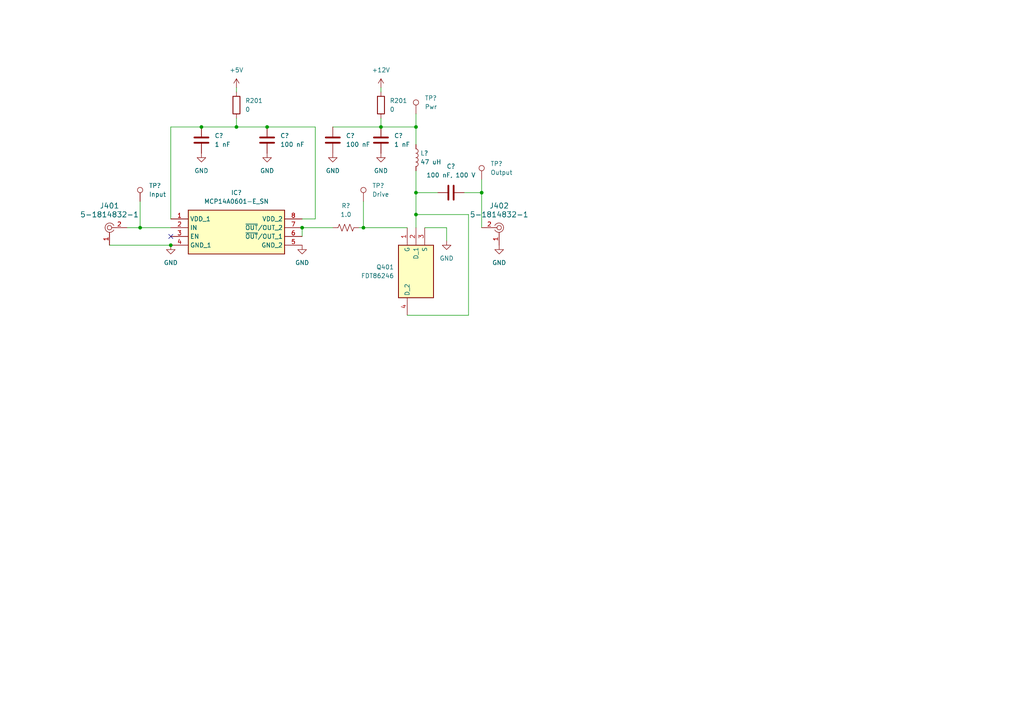
<source format=kicad_sch>
(kicad_sch (version 20230121) (generator eeschema)
  (paper "A4")
  (lib_symbols
    (symbol "Connector:TestPoint" (pin_numbers hide) (pin_names (offset 0.762) hide)
      (property "Reference" "TP" (at 0 6.858 0))
      (property "Value" "TestPoint" (at 0 5.08 0))
      (symbol "TestPoint_0_1"
        (circle (center 0 3.302) (radius 0.762))
      )
      (symbol "TestPoint_1_1"
        (pin passive line (at 0 0 90) (length 2.54) (name "1") (number "1"))
      )
    )
    (symbol "Device:C" (pin_numbers hide) (pin_names (offset 0.254))
      (property "Reference" "C" (at 0.635 2.54 0))
      (property "Value" "C" (at 0.635 -2.54 0))
      (symbol "C_0_1"
        (polyline (pts (xy -2.032 -0.762) (xy 2.032 -0.762)) (stroke (width 0.508)))
        (polyline (pts (xy -2.032 0.762) (xy 2.032 0.762)) (stroke (width 0.508)))
      )
      (symbol "C_1_1"
        (pin passive line (at 0 3.81 270) (length 2.794) (name "~") (number "1"))
        (pin passive line (at 0 -3.81 90) (length 2.794) (name "~") (number "2"))
      )
    )
    (symbol "Device:L" (pin_numbers hide) (pin_names (offset 1.016) hide)
      (property "Reference" "L" (at -1.27 0 90))
      (property "Value" "L" (at 1.905 0 90))
      (symbol "L_0_1"
        (arc (start 0 -2.54) (mid 0.6323 -1.905) (end 0 -1.27))
        (arc (start 0 -1.27) (mid 0.6323 -0.635) (end 0 0))
        (arc (start 0 0) (mid 0.6323 0.635) (end 0 1.27))
        (arc (start 0 1.27) (mid 0.6323 1.905) (end 0 2.54))
      )
      (symbol "L_1_1"
        (pin passive line (at 0 3.81 270) (length 1.27) (name "1") (number "1"))
        (pin passive line (at 0 -3.81 90) (length 1.27) (name "2") (number "2"))
      )
    )
    (symbol "Device:R" (pin_numbers hide) (pin_names (offset 0))
      (property "Reference" "R" (at 2.032 0 90))
      (property "Value" "R" (at 0 0 90))
      (symbol "R_0_1"
        (rectangle (start -1.016 -2.54) (end 1.016 2.54) (stroke (width 0.254)))
      )
      (symbol "R_1_1"
        (pin passive line (at 0 3.81 270) (length 1.27) (name "~") (number "1"))
        (pin passive line (at 0 -3.81 90) (length 1.27) (name "~") (number "2"))
      )
    )
    (symbol "Device:R_US" (pin_numbers hide) (pin_names (offset 0))
      (property "Reference" "R" (at 2.54 0 90))
      (property "Value" "R_US" (at -2.54 0 90))
      (symbol "R_US_0_1"
        (polyline (pts (xy 0 -2.286) (xy 0 -2.54)))
        (polyline (pts (xy 0 2.286) (xy 0 2.54)))
        (polyline (pts (xy 0 -0.762) (xy 1.016 -1.143) (xy 0 -1.524) (xy -1.016 -1.905) (xy 0 -2.286)))
        (polyline (pts (xy 0 0.762) (xy 1.016 0.381) (xy 0 0) (xy -1.016 -0.381) (xy 0 -0.762)))
        (polyline (pts (xy 0 2.286) (xy 1.016 1.905) (xy 0 1.524) (xy -1.016 1.143) (xy 0 0.762)))
      )
      (symbol "R_US_1_1"
        (pin passive line (at 0 3.81 270) (length 1.27) (name "~") (number "1"))
        (pin passive line (at 0 -3.81 90) (length 1.27) (name "~") (number "2"))
      )
    )
    (symbol "FDT86246:FDT86246"
      (property "Reference" "IC" (at 21.59 7.62 0))
      (property "Value" "FDT86246" (at 21.59 5.08 0))
      (symbol "FDT86246_1_1"
        (rectangle (start 5.08 2.54) (end 20.32 -7.62) (stroke (width 0.254)) (fill (type background)))
        (pin passive line (at 0 0 0) (length 5.08) (name "G") (number "1"))
        (pin passive line (at 0 -2.54 0) (length 5.08) (name "D_1") (number "2"))
        (pin passive line (at 0 -5.08 0) (length 5.08) (name "S") (number "3"))
        (pin passive line (at 25.4 0 180) (length 5.08) (name "D_2") (number "4"))
      )
    )
    (symbol "MCP14A0601-E_SN:MCP14A0601-E_SN"
      (property "Reference" "IC" (at 34.29 7.62 0))
      (property "Value" "MCP14A0601-E_SN" (at 34.29 5.08 0))
      (symbol "MCP14A0601-E_SN_1_1"
        (rectangle (start 5.08 2.54) (end 33.02 -10.16) (stroke (width 0.254)) (fill (type background)))
        (pin passive line (at 0 0 0) (length 5.08) (name "VDD_1") (number "1"))
        (pin passive line (at 0 -2.54 0) (length 5.08) (name "IN") (number "2"))
        (pin passive line (at 0 -5.08 0) (length 5.08) (name "EN") (number "3"))
        (pin passive line (at 0 -7.62 0) (length 5.08) (name "GND_1") (number "4"))
        (pin passive line (at 38.1 -7.62 180) (length 5.08) (name "GND_2") (number "5"))
        (pin passive line (at 38.1 -5.08 180) (length 5.08) (name "~{OUT}/OUT_1") (number "6"))
        (pin passive line (at 38.1 -2.54 180) (length 5.08) (name "~{OUT}/OUT_2") (number "7"))
        (pin passive line (at 38.1 0 180) (length 5.08) (name "VDD_2") (number "8"))
      )
    )
    (symbol "dk_Coaxial-Connectors-RF:5-1814832-1" (pin_names (offset 1.016))
      (property "Reference" "J" (at -2.54 1.27 0))
      (property "Value" "5-1814832-1" (at 1.27 -2.54 0))
      (symbol "5-1814832-1_0_1"
        (arc (start -1.27 0) (mid -0.2651 -1.3081) (end 1.27 -0.635))
        (circle (center 0 0) (radius 0.635))
        (arc (start 1.27 0.635) (mid -0.2496 1.3256) (end -1.27 0))
      )
      (symbol "5-1814832-1_1_1"
        (pin passive line (at 0 -5.08 90) (length 3.683) (name "~") (number "1"))
        (pin passive line (at 5.08 0 180) (length 4.445) (name "~") (number "2"))
      )
    )
    (symbol "power:+12V" (power) (pin_names (offset 0))
      (property "Value" "+12V" (at 0 3.556 0))
      (symbol "+12V_0_1"
        (polyline (pts (xy -0.762 1.27) (xy 0 2.54)))
        (polyline (pts (xy 0 0) (xy 0 2.54)))
        (polyline (pts (xy 0 2.54) (xy 0.762 1.27)))
      )
      (symbol "+12V_1_1"
        (pin power_in line (at 0 0 90) (length 0) hide (name "+12V") (number "1"))
      )
    )
    (symbol "power:+5V" (power) (pin_names (offset 0))
      (property "Value" "+5V" (at 0 3.556 0))
      (symbol "+5V_0_1"
        (polyline (pts (xy -0.762 1.27) (xy 0 2.54)))
        (polyline (pts (xy 0 0) (xy 0 2.54)))
        (polyline (pts (xy 0 2.54) (xy 0.762 1.27)))
      )
      (symbol "+5V_1_1"
        (pin power_in line (at 0 0 90) (length 0) hide (name "+5V") (number "1"))
      )
    )
    (symbol "power:GND" (power) (pin_names (offset 0))
      (property "Value" "GND" (at 0 -3.81 0))
      (symbol "GND_0_1"
        (polyline (pts (xy 0 0) (xy 0 -1.27) (xy 1.27 -1.27) (xy 0 -2.54) (xy -1.27 -1.27) (xy 0 -1.27)))
      )
      (symbol "GND_1_1"
        (pin power_in line (at 0 0 270) (length 0) hide (name "GND") (number "1"))
      )
    )
  )
  (junction (at 105.41 66.04))
  (junction (at 77.47 36.83))
  (junction (at 87.63 66.04))
  (junction (at 58.42 36.83))
  (junction (at 139.7 55.88))
  (junction (at 49.53 71.12))
  (junction (at 120.65 55.88))
  (junction (at 110.49 36.83))
  (junction (at 40.64 66.04))
  (junction (at 120.65 62.23))
  (junction (at 120.65 36.83))
  (junction (at 68.58 36.83))
  (no_connect (at 49.53 68.58))
  (wire (pts (xy 110.49 34.29) (xy 110.49 36.83)))
  (wire (pts (xy 96.52 36.83) (xy 110.49 36.83)))
  (wire (pts (xy 40.64 58.42) (xy 40.64 66.04)))
  (wire (pts (xy 120.65 49.53) (xy 120.65 55.88)))
  (wire (pts (xy 58.42 36.83) (xy 68.58 36.83)))
  (wire (pts (xy 31.75 71.12) (xy 49.53 71.12)))
  (wire (pts (xy 96.52 66.04) (xy 87.63 66.04)))
  (wire (pts (xy 120.65 55.88) (xy 120.65 62.23)))
  (wire (pts (xy 139.7 55.88) (xy 139.7 66.04)))
  (wire (pts (xy 68.58 34.29) (xy 68.58 36.83)))
  (wire (pts (xy 139.7 52.07) (xy 139.7 55.88)))
  (wire (pts (xy 110.49 36.83) (xy 120.65 36.83)))
  (wire (pts (xy 77.47 36.83) (xy 91.44 36.83)))
  (wire (pts (xy 68.58 36.83) (xy 77.47 36.83)))
  (wire (pts (xy 105.41 66.04) (xy 118.11 66.04)))
  (wire (pts (xy 91.44 63.5) (xy 91.44 36.83)))
  (wire (pts (xy 40.64 66.04) (xy 49.53 66.04)))
  (wire (pts (xy 134.62 55.88) (xy 139.7 55.88)))
  (wire (pts (xy 49.53 36.83) (xy 58.42 36.83)))
  (wire (pts (xy 87.63 66.04) (xy 87.63 68.58)))
  (wire (pts (xy 120.65 55.88) (xy 127 55.88)))
  (wire (pts (xy 91.44 63.5) (xy 87.63 63.5)))
  (wire (pts (xy 135.89 91.44) (xy 135.89 62.23)))
  (wire (pts (xy 105.41 66.04) (xy 104.14 66.04)))
  (wire (pts (xy 36.83 66.04) (xy 40.64 66.04)))
  (wire (pts (xy 120.65 33.02) (xy 120.65 36.83)))
  (wire (pts (xy 118.11 91.44) (xy 135.89 91.44)))
  (wire (pts (xy 135.89 62.23) (xy 120.65 62.23)))
  (wire (pts (xy 120.65 36.83) (xy 120.65 41.91)))
  (wire (pts (xy 120.65 62.23) (xy 120.65 66.04)))
  (wire (pts (xy 110.49 25.4) (xy 110.49 26.67)))
  (wire (pts (xy 129.54 69.85) (xy 129.54 66.04)))
  (wire (pts (xy 68.58 26.67) (xy 68.58 25.4)))
  (wire (pts (xy 105.41 58.42) (xy 105.41 66.04)))
  (wire (pts (xy 49.53 36.83) (xy 49.53 63.5)))
  (wire (pts (xy 129.54 66.04) (xy 123.19 66.04)))
  (symbol (lib_id "power:GND") (at 87.63 71.12 0) (unit 1)
    (property "Reference" "#PWR?" (effects hide))
    (property "Value" "GND" (at 87.63 76.2 0))
    (instances (project "RFPowerAmp" (path "" (reference "#PWR?") (unit 1)) (path "" (reference "#PWR07") (unit 1)) (path "" (reference "#PWR016") (unit 1))) (project "Breadboard" (path "" (reference "#PWR04") (unit 1))))
  )
  (symbol (lib_id "Device:C") (at 58.42 40.64 0) (unit 1)
    (property "Reference" "C?" (at 62.23 39.37 0) (effects (justify left)))
    (property "Value" "1 nF" (at 62.23 41.91 0) (effects (justify left)))
    (property "Footprint" "Capacitor_SMD:C_0805_2012Metric" (effects hide))
    (property "PartNo" "C0805C102K5RAC7800" (effects hide))
    (instances (project "RFPowerAmp" (path "" (reference "C?") (unit 1)) (path "" (reference "C201") (unit 1)) (path "" (reference "C401") (unit 1))) (project "Breadboard" (path "" (reference "C3") (unit 1))))
  )
  (symbol (lib_id "Device:C") (at 77.47 40.64 0) (unit 1)
    (property "Reference" "C?" (at 81.28 39.37 0) (effects (justify left)))
    (property "Value" "100 nF" (at 81.28 41.91 0) (effects (justify left)))
    (property "Footprint" "Capacitor_SMD:C_0805_2012Metric" (effects hide))
    (property "PartNo" "C0805C104K1RAC7800" (effects hide))
    (instances (project "RFPowerAmp" (path "" (reference "C?") (unit 1)) (path "" (reference "C202") (unit 1)) (path "" (reference "C402") (unit 1))) (project "Breadboard" (path "" (reference "C4") (unit 1))))
  )
  (symbol (lib_id "Device:L") (at 120.65 45.72 0) (unit 1)
    (property "Reference" "L?" (at 121.92 44.45 0) (effects (justify left)))
    (property "Value" "47 uH" (at 121.92 46.99 0) (effects (justify left)))
    (property "Footprint" "Inductor_THT:L_Toroid_Horizontal_D9.5mm_P15.00mm_Diameter10-5mm_Amidon-T37" (effects hide))
    (property "Notes" "12T on FT37-43" (effects hide))
    (instances (project "RFPowerAmp" (path "" (reference "L?") (unit 1)) (path "" (reference "L201") (unit 1)) (path "" (reference "L401") (unit 1))) (project "Breadboard" (path "" (reference "L1") (unit 1))))
  )
  (symbol (lib_id "power:GND") (at 49.53 71.12 0) (unit 1)
    (property "Reference" "#PWR?" (effects hide))
    (property "Value" "GND" (at 49.53 76.2 0))
    (instances (project "RFPowerAmp" (path "" (reference "#PWR?") (unit 1)) (path "" (reference "#PWR02") (unit 1)) (path "" (reference "#PWR013") (unit 1))) (project "Breadboard" (path "" (reference "#PWR03") (unit 1))))
  )
  (symbol (lib_id "Device:C") (at 130.81 55.88 90) (unit 1)
    (property "Reference" "C?" (at 130.81 48.26 90))
    (property "Value" "100 nF, 100 V" (at 130.81 50.8 90))
    (property "Footprint" "Capacitor_SMD:C_0805_2012Metric" (effects hide))
    (property "PartNo" "C0805C104K1RAC7800" (effects hide))
    (instances (project "RFPowerAmp" (path "" (reference "C?") (unit 1)) (path "" (reference "C205") (unit 1)) (path "" (reference "C405") (unit 1))) (project "Breadboard" (path "" (reference "C7") (unit 1))))
  )
  (symbol (lib_id "power:+5V") (at 68.58 25.4 0) (unit 1)
    (property "Reference" "#PWR012" (effects hide))
    (property "Value" "+5V" (at 68.58 20.32 0))
  )
  (symbol (lib_id "power:GND") (at 58.42 44.45 0) (unit 1)
    (property "Reference" "#PWR?" (effects hide))
    (property "Value" "GND" (at 58.42 49.53 0))
    (instances (project "RFPowerAmp" (path "" (reference "#PWR?") (unit 1)) (path "" (reference "#PWR03") (unit 1)) (path "" (reference "#PWR014") (unit 1))) (project "Breadboard" (path "" (reference "#PWR06") (unit 1))))
  )
  (symbol (lib_id "FDT86246:FDT86246") (at 118.11 66.04 90) (mirror x) (unit 1)
    (property "Reference" "Q401" (at 114.3 77.47 90) (effects (justify left)))
    (property "Value" "FDT86246" (at 114.3 80.01 90) (effects (justify left)))
    (property "Footprint" "SOT230P700X180-4N" (effects hide))
    (property "Datasheet" "https://datasheet.datasheetarchive.com/originals/distributors/Datasheets_SAMA/ff438a07c8e40a4f368e3a01a6c11b0e.pdf" (effects hide))
    (property "Height" "1.8" (effects hide))
    (property "Manufacturer_Name" "onsemi" (effects hide))
    (property "Manufacturer_Part_Number" "FDT86246" (effects hide))
    (property "Mouser Part Number" "512-FDT86246" (effects hide))
    (property "Mouser Price/Stock" "https://www.mouser.co.uk/ProductDetail/ON-Semiconductor-Fairchild/FDT86246?qs=dIxESgyDOrilPjmdr96wRQ%3D%3D" (effects hide))
    (property "Arrow Part Number" "FDT86246" (effects hide))
    (property "Arrow Price/Stock" "https://www.arrow.com/en/products/fdt86246/on-semiconductor?region=nac" (effects hide))
  )
  (symbol (lib_id "dk_Coaxial-Connectors-RF:5-1814832-1") (at 144.78 66.04 0) (mirror y) (unit 1)
    (property "Reference" "J402" (at 144.7801 59.69 0) (effects (font (size 1.524 1.524))))
    (property "Value" "5-1814832-1" (at 144.7801 62.23 0) (effects (font (size 1.524 1.524))))
    (property "Footprint" "digikey-footprints:RF_SMA_Vertical_5-1814832-1" (effects hide))
    (property "Datasheet" "https://www.te.com/commerce/DocumentDelivery/DDEController?Action=srchrtrv&DocNm=1814832&DocType=Customer+Drawing&DocLang=English" (effects hide))
    (property "Digi-Key_PN" "A97594-ND" (effects hide))
    (property "MPN" "5-1814832-1" (effects hide))
    (property "Category" "Connectors, Interconnects" (effects hide))
    (property "Family" "Coaxial Connectors (RF)" (effects hide))
    (property "DK_Datasheet_Link" "https://www.te.com/commerce/DocumentDelivery/DDEController?Action=srchrtrv&DocNm=1814832&DocType=Customer+Drawing&DocLang=English" (effects hide))
    (property "DK_Detail_Page" "/product-detail/en/te-connectivity-amp-connectors/5-1814832-1/A97594-ND/1755982" (effects hide))
    (property "Description" "CONN SMA JACK STR 50 OHM PCB" (effects hide))
    (property "Manufacturer" "TE Connectivity AMP Connectors" (effects hide))
    (property "Status" "Active" (effects hide))
  )
  (symbol (lib_id "Device:C") (at 96.52 40.64 0) (unit 1)
    (property "Reference" "C?" (at 100.33 39.37 0) (effects (justify left)))
    (property "Value" "100 nF" (at 100.33 41.91 0) (effects (justify left)))
    (property "Footprint" "Capacitor_SMD:C_0805_2012Metric" (effects hide))
    (property "PartNo" "C0805C104K1RAC7800" (effects hide))
    (instances (project "RFPowerAmp" (path "" (reference "C?") (unit 1)) (path "" (reference "C203") (unit 1)) (path "" (reference "C403") (unit 1))) (project "Breadboard" (path "" (reference "C5") (unit 1))))
  )
  (symbol (lib_id "power:GND") (at 144.78 71.12 0) (unit 1)
    (property "Reference" "#PWR?" (effects hide))
    (property "Value" "GND" (at 144.78 76.2 0))
    (instances (project "RFPowerAmp" (path "" (reference "#PWR?") (unit 1)) (path "" (reference "#PWR011") (unit 1)) (path "" (reference "#PWR020") (unit 1))) (project "Breadboard" (path "" (reference "#PWR010") (unit 1))))
  )
  (symbol (lib_id "Connector:TestPoint") (at 40.64 58.42 0) (unit 1)
    (property "Reference" "TP?" (at 43.18 53.848 0) (effects (justify left)))
    (property "Value" "Input" (at 43.18 56.388 0) (effects (justify left)))
    (property "Footprint" "TestPoint:TestPoint_THTPad_D3.0mm_Drill1.5mm" (effects hide))
    (instances (project "RFPowerAmp" (path "" (reference "TP?") (unit 1)) (path "" (reference "TP201") (unit 1)) (path "" (reference "TP401") (unit 1))) (project "Breadboard" (path "" (reference "TP1") (unit 1))))
  )
  (symbol (lib_id "power:GND") (at 129.54 69.85 0) (unit 1)
    (property "Reference" "#PWR019" (effects hide))
    (property "Value" "GND" (at 129.54 74.93 0))
  )
  (symbol (lib_id "power:+12V") (at 110.49 25.4 0) (unit 1)
    (property "Reference" "#PWR023" (effects hide))
    (property "Value" "+12V" (at 110.49 20.32 0))
  )
  (symbol (lib_id "Connector:TestPoint") (at 105.41 58.42 0) (unit 1)
    (property "Reference" "TP?" (at 107.95 53.848 0) (effects (justify left)))
    (property "Value" "Drive" (at 107.95 56.388 0) (effects (justify left)))
    (property "Footprint" "TestPoint:TestPoint_THTPad_D3.0mm_Drill1.5mm" (effects hide))
    (instances (project "RFPowerAmp" (path "" (reference "TP?") (unit 1)) (path "" (reference "TP202") (unit 1)) (path "" (reference "TP402") (unit 1))) (project "Breadboard" (path "" (reference "TP2") (unit 1))))
  )
  (symbol (lib_id "Device:R_US") (at 100.33 66.04 270) (unit 1)
    (property "Reference" "R?" (at 100.33 59.69 90))
    (property "Value" "1.0" (at 100.33 62.23 90))
    (property "Footprint" "Resistor_SMD:R_0805_2012Metric" (effects hide))
    (instances (project "RFPowerAmp" (path "" (reference "R?") (unit 1)) (path "" (reference "R201") (unit 1)) (path "" (reference "R403") (unit 1))) (project "Breadboard" (path "" (reference "R1") (unit 1))))
  )
  (symbol (lib_id "Device:R") (at 68.58 30.48 0) (unit 1)
    (property "Reference" "R201" (at 71.12 29.21 0) (effects (justify left)))
    (property "Value" "0" (at 71.12 31.75 0) (effects (justify left)))
    (property "Footprint" "Resistor_THT:R_Axial_DIN0309_L9.0mm_D3.2mm_P12.70mm_Horizontal" (effects hide))
    (instances (project "RFPowerAmp" (path "" (reference "R201") (unit 1)) (path "" (reference "R401") (unit 1))))
  )
  (symbol (lib_id "power:GND") (at 77.47 44.45 0) (unit 1)
    (property "Reference" "#PWR?" (effects hide))
    (property "Value" "GND" (at 77.47 49.53 0))
    (instances (project "RFPowerAmp" (path "" (reference "#PWR?") (unit 1)) (path "" (reference "#PWR06") (unit 1)) (path "" (reference "#PWR015") (unit 1))) (project "Breadboard" (path "" (reference "#PWR09") (unit 1))))
  )
  (symbol (lib_id "Connector:TestPoint") (at 139.7 52.07 0) (unit 1)
    (property "Reference" "TP?" (at 142.24 47.498 0) (effects (justify left)))
    (property "Value" "Output" (at 142.24 50.038 0) (effects (justify left)))
    (property "Footprint" "TestPoint:TestPoint_THTPad_D3.0mm_Drill1.5mm" (effects hide))
    (instances (project "RFPowerAmp" (path "" (reference "TP?") (unit 1)) (path "" (reference "TP203") (unit 1)) (path "" (reference "TP403") (unit 1))) (project "Breadboard" (path "" (reference "TP3") (unit 1))))
  )
  (symbol (lib_id "MCP14A0601-E_SN:MCP14A0601-E_SN") (at 49.53 63.5 0) (unit 1)
    (property "Reference" "IC?" (at 68.58 55.88 0))
    (property "Value" "MCP14A0601-E_SN" (at 68.58 58.42 0))
    (property "Footprint" "SOIC127P600X175-8N" (effects hide))
    (property "Datasheet" "https://www.arrow.com/en/products/mcp14a0601-esn/microchip-technology" (effects hide))
    (property "Height" "1.75" (effects hide))
    (property "Mouser Part Number" "579-MCP14A0601-E/SN" (effects hide))
    (property "Mouser Price/Stock" "https://www.mouser.co.uk/ProductDetail/Microchip-Technology/MCP14A0601-E-SN?qs=IP4CA2YhK0AgOYVk%252Bovogw%3D%3D" (effects hide))
    (property "Manufacturer_Name" "Microchip" (effects hide))
    (property "Manufacturer_Part_Number" "MCP14A0601-E/SN" (effects hide))
    (instances (project "RFPowerAmp" (path "" (reference "IC?") (unit 1)) (path "" (reference "IC201") (unit 1)) (path "" (reference "IC401") (unit 1))) (project "Breadboard" (path "" (reference "IC1") (unit 1))))
  )
  (symbol (lib_id "power:GND") (at 110.49 44.45 0) (unit 1)
    (property "Reference" "#PWR?" (effects hide))
    (property "Value" "GND" (at 110.49 49.53 0))
    (instances (project "RFPowerAmp" (path "" (reference "#PWR?") (unit 1)) (path "" (reference "#PWR09") (unit 1)) (path "" (reference "#PWR018") (unit 1))) (project "Breadboard" (path "" (reference "#PWR05") (unit 1))))
  )
  (symbol (lib_id "Connector:TestPoint") (at 120.65 33.02 0) (unit 1)
    (property "Reference" "TP?" (at 123.19 28.448 0) (effects (justify left)))
    (property "Value" "Pwr" (at 123.19 30.988 0) (effects (justify left)))
    (property "Footprint" "TestPoint:TestPoint_THTPad_D3.0mm_Drill1.5mm" (effects hide))
    (instances (project "RFPowerAmp" (path "" (reference "TP?") (unit 1)) (path "" (reference "TP204") (unit 1)) (path "" (reference "TP404") (unit 1))) (project "Breadboard" (path "" (reference "TP4") (unit 1))))
  )
  (symbol (lib_id "dk_Coaxial-Connectors-RF:5-1814832-1") (at 31.75 66.04 0) (unit 1)
    (property "Reference" "J401" (at 31.7499 59.69 0) (effects (font (size 1.524 1.524))))
    (property "Value" "5-1814832-1" (at 31.7499 62.23 0) (effects (font (size 1.524 1.524))))
    (property "Footprint" "digikey-footprints:RF_SMA_Vertical_5-1814832-1" (effects hide))
    (property "Datasheet" "https://www.te.com/commerce/DocumentDelivery/DDEController?Action=srchrtrv&DocNm=1814832&DocType=Customer+Drawing&DocLang=English" (effects hide))
    (property "Digi-Key_PN" "A97594-ND" (effects hide))
    (property "MPN" "5-1814832-1" (effects hide))
    (property "Category" "Connectors, Interconnects" (effects hide))
    (property "Family" "Coaxial Connectors (RF)" (effects hide))
    (property "DK_Datasheet_Link" "https://www.te.com/commerce/DocumentDelivery/DDEController?Action=srchrtrv&DocNm=1814832&DocType=Customer+Drawing&DocLang=English" (effects hide))
    (property "DK_Detail_Page" "/product-detail/en/te-connectivity-amp-connectors/5-1814832-1/A97594-ND/1755982" (effects hide))
    (property "Description" "CONN SMA JACK STR 50 OHM PCB" (effects hide))
    (property "Manufacturer" "TE Connectivity AMP Connectors" (effects hide))
    (property "Status" "Active" (effects hide))
  )
  (symbol (lib_id "Device:C") (at 110.49 40.64 0) (unit 1)
    (property "Reference" "C?" (at 114.3 39.37 0) (effects (justify left)))
    (property "Value" "1 nF" (at 114.3 41.91 0) (effects (justify left)))
    (property "Footprint" "Capacitor_SMD:C_0805_2012Metric" (effects hide))
    (property "PartNo" "C0805C102K5RAC7800" (effects hide))
    (instances (project "RFPowerAmp" (path "" (reference "C?") (unit 1)) (path "" (reference "C204") (unit 1)) (path "" (reference "C404") (unit 1))) (project "Breadboard" (path "" (reference "C6") (unit 1))))
  )
  (symbol (lib_id "power:GND") (at 96.52 44.45 0) (unit 1)
    (property "Reference" "#PWR?" (effects hide))
    (property "Value" "GND" (at 96.52 49.53 0))
    (instances (project "RFPowerAmp" (path "" (reference "#PWR?") (unit 1)) (path "" (reference "#PWR08") (unit 1)) (path "" (reference "#PWR017") (unit 1))) (project "Breadboard" (path "" (reference "#PWR08") (unit 1))))
  )
  (symbol (lib_id "Device:R") (at 110.49 30.48 0) (unit 1)
    (property "Reference" "R201" (at 113.03 29.21 0) (effects (justify left)))
    (property "Value" "0" (at 113.03 31.75 0) (effects (justify left)))
    (property "Footprint" "Resistor_THT:R_Axial_DIN0309_L9.0mm_D3.2mm_P12.70mm_Horizontal" (effects hide))
    (instances (project "RFPowerAmp" (path "" (reference "R201") (unit 1)) (path "" (reference "R402") (unit 1))))
  )
)
</source>
